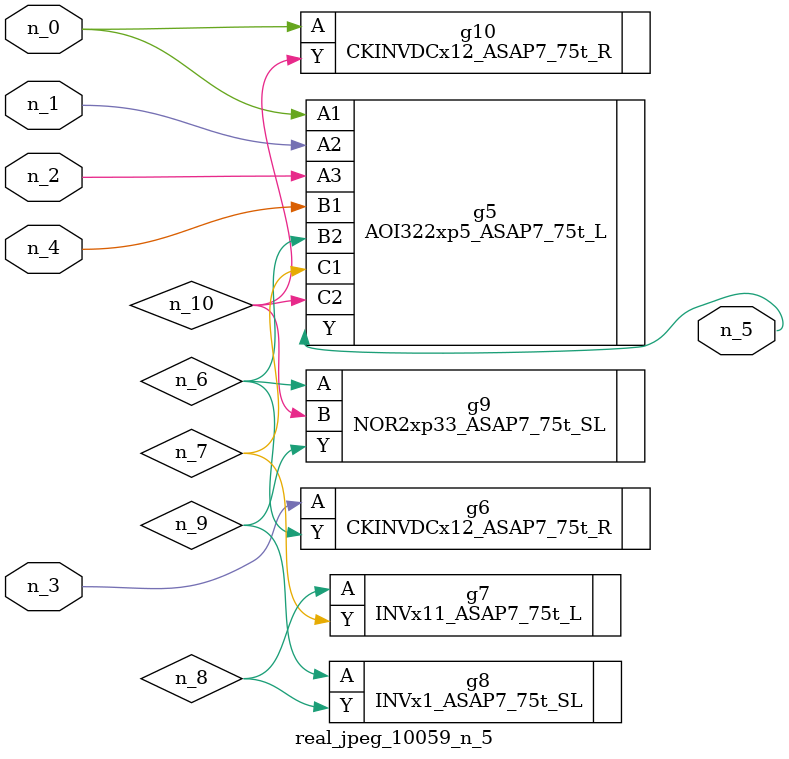
<source format=v>
module real_jpeg_10059_n_5 (n_4, n_0, n_1, n_2, n_3, n_5);

input n_4;
input n_0;
input n_1;
input n_2;
input n_3;

output n_5;

wire n_8;
wire n_6;
wire n_7;
wire n_10;
wire n_9;

AOI322xp5_ASAP7_75t_L g5 ( 
.A1(n_0),
.A2(n_1),
.A3(n_2),
.B1(n_4),
.B2(n_6),
.C1(n_7),
.C2(n_10),
.Y(n_5)
);

CKINVDCx12_ASAP7_75t_R g10 ( 
.A(n_0),
.Y(n_10)
);

CKINVDCx12_ASAP7_75t_R g6 ( 
.A(n_3),
.Y(n_6)
);

NOR2xp33_ASAP7_75t_SL g9 ( 
.A(n_6),
.B(n_10),
.Y(n_9)
);

INVx11_ASAP7_75t_L g7 ( 
.A(n_8),
.Y(n_7)
);

INVx1_ASAP7_75t_SL g8 ( 
.A(n_9),
.Y(n_8)
);


endmodule
</source>
